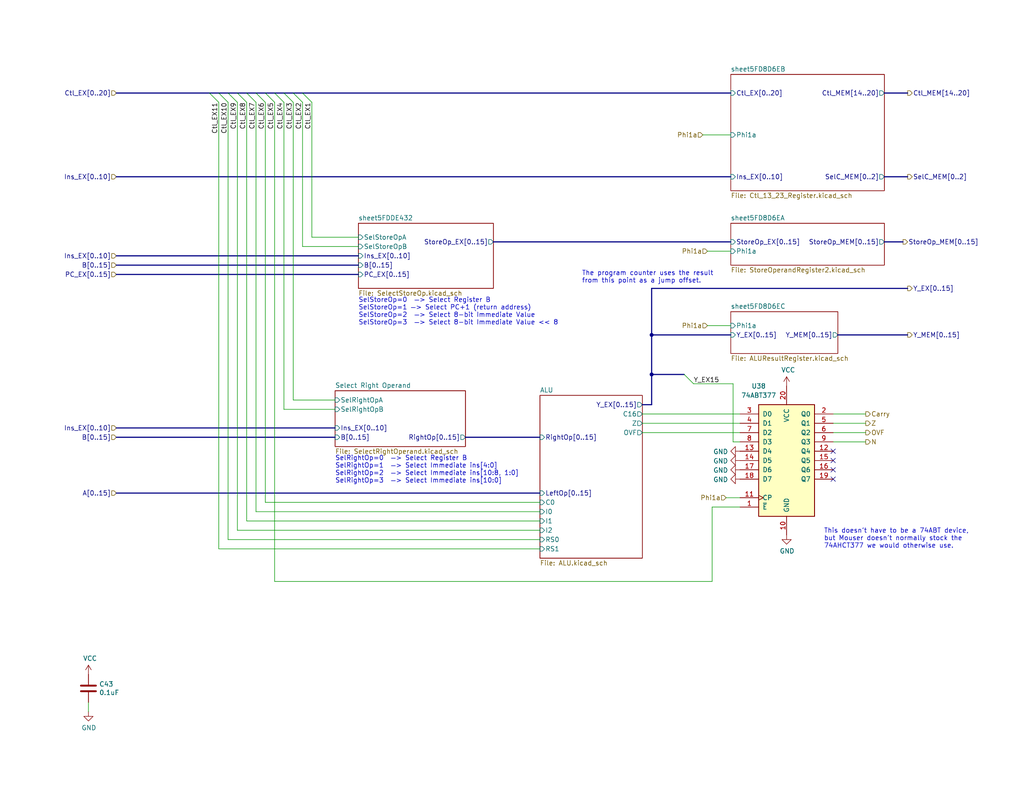
<source format=kicad_sch>
(kicad_sch (version 20230121) (generator eeschema)
  (paper "USLetter")
  (title_block (title "EX") (date "2022-09-25") (rev "C") (comment 2 "ID stage of the CPU pipeline.") (comment 3 "The ALU condition codes may be latched in a flags register which feeds back into the") (comment 4 "The EX stage is built around the IDT 7381 sixteen-bit ALU IC."))
  (lib_symbols
    (symbol "74xx:74LS377" (pin_names (offset 1.016))
      (property "Reference" "U" (at -7.62 16.51 0))
      (property "Value" "74LS377" (at -7.62 -16.51 0))
      (symbol "74LS377_1_0"
        (pin input line (at -12.7 -12.7 0) (length 5.08) (name "~{E}") (number "1"))
        (pin power_in line (at 0 -20.32 90) (length 5.08) (name "GND") (number "10"))
        (pin input clock (at -12.7 -10.16 0) (length 5.08) (name "CP") (number "11"))
        (pin output line (at 12.7 2.54 180) (length 5.08) (name "Q4") (number "12"))
        (pin input line (at -12.7 2.54 0) (length 5.08) (name "D4") (number "13"))
        (pin input line (at -12.7 0 0) (length 5.08) (name "D5") (number "14"))
        (pin output line (at 12.7 0 180) (length 5.08) (name "Q5") (number "15"))
        (pin output line (at 12.7 -2.54 180) (length 5.08) (name "Q6") (number "16"))
        (pin input line (at -12.7 -2.54 0) (length 5.08) (name "D6") (number "17"))
        (pin input line (at -12.7 -5.08 0) (length 5.08) (name "D7") (number "18"))
        (pin output line (at 12.7 -5.08 180) (length 5.08) (name "Q7") (number "19"))
        (pin output line (at 12.7 12.7 180) (length 5.08) (name "Q0") (number "2"))
        (pin power_in line (at 0 20.32 270) (length 5.08) (name "VCC") (number "20"))
        (pin input line (at -12.7 12.7 0) (length 5.08) (name "D0") (number "3"))
        (pin input line (at -12.7 10.16 0) (length 5.08) (name "D1") (number "4"))
        (pin output line (at 12.7 10.16 180) (length 5.08) (name "Q1") (number "5"))
        (pin output line (at 12.7 7.62 180) (length 5.08) (name "Q2") (number "6"))
        (pin input line (at -12.7 7.62 0) (length 5.08) (name "D2") (number "7"))
        (pin input line (at -12.7 5.08 0) (length 5.08) (name "D3") (number "8"))
        (pin output line (at 12.7 5.08 180) (length 5.08) (name "Q3") (number "9"))
      )
      (symbol "74LS377_1_1"
        (rectangle (start -7.62 15.24) (end 7.62 -15.24) (stroke (width 0.254)) (fill (type background)))
      )
    )
    (symbol "Device:C" (pin_numbers hide) (pin_names (offset 0.254))
      (property "Reference" "C" (at 0.635 2.54 0))
      (property "Value" "C" (at 0.635 -2.54 0))
      (symbol "C_0_1"
        (polyline (pts (xy -2.032 -0.762) (xy 2.032 -0.762)) (stroke (width 0.508)))
        (polyline (pts (xy -2.032 0.762) (xy 2.032 0.762)) (stroke (width 0.508)))
      )
      (symbol "C_1_1"
        (pin passive line (at 0 3.81 270) (length 2.794) (name "~") (number "1"))
        (pin passive line (at 0 -3.81 90) (length 2.794) (name "~") (number "2"))
      )
    )
    (symbol "power:GND" (power) (pin_names (offset 0))
      (property "Value" "GND" (at 0 -3.81 0))
      (symbol "GND_0_1"
        (polyline (pts (xy 0 0) (xy 0 -1.27) (xy 1.27 -1.27) (xy 0 -2.54) (xy -1.27 -1.27) (xy 0 -1.27)))
      )
      (symbol "GND_1_1"
        (pin power_in line (at 0 0 270) (length 0) hide (name "GND") (number "1"))
      )
    )
    (symbol "power:VCC" (power) (pin_names (offset 0))
      (property "Value" "VCC" (at 0 3.81 0))
      (symbol "VCC_0_1"
        (polyline (pts (xy -0.762 1.27) (xy 0 2.54)))
        (polyline (pts (xy 0 0) (xy 0 2.54)))
        (polyline (pts (xy 0 2.54) (xy 0.762 1.27)))
      )
      (symbol "VCC_1_1"
        (pin power_in line (at 0 0 90) (length 0) hide (name "VCC") (number "1"))
      )
    )
  )
  (junction (at 177.8 102.235))
  (junction (at 177.8 91.44))
  (no_connect (at 227.33 123.19))
  (no_connect (at 227.33 128.27))
  (no_connect (at 227.33 130.81))
  (no_connect (at 227.33 125.73))
  (bus_entry (at 186.69 102.235) (size 2.54 2.54))
  (bus_entry (at 64.77 25.4) (size 2.54 2.54))
  (bus_entry (at 62.23 25.4) (size 2.54 2.54))
  (bus_entry (at 80.01 25.4) (size 2.54 2.54))
  (bus_entry (at 67.31 25.4) (size 2.54 2.54))
  (bus_entry (at 72.39 25.4) (size 2.54 2.54))
  (bus_entry (at 74.93 25.4) (size 2.54 2.54))
  (bus_entry (at 69.85 25.4) (size 2.54 2.54))
  (bus_entry (at 59.69 25.4) (size 2.54 2.54))
  (bus_entry (at 82.55 25.4) (size 2.54 2.54))
  (bus_entry (at 77.47 25.4) (size 2.54 2.54))
  (bus_entry (at 57.15 25.4) (size 2.54 2.54))
  (wire (pts (xy 147.32 137.16) (xy 72.39 137.16)))
  (wire (pts (xy 193.04 68.58) (xy 199.39 68.58)))
  (wire (pts (xy 64.77 144.78) (xy 147.32 144.78)))
  (bus (pts (xy 246.38 66.04) (xy 241.3 66.04)))
  (wire (pts (xy 24.13 194.31) (xy 24.13 191.77)))
  (wire (pts (xy 80.01 27.94) (xy 80.01 109.22)))
  (bus (pts (xy 80.01 25.4) (xy 82.55 25.4)))
  (bus (pts (xy 241.3 48.26) (xy 247.65 48.26)))
  (wire (pts (xy 193.04 88.9) (xy 199.39 88.9)))
  (wire (pts (xy 147.32 149.86) (xy 59.69 149.86)))
  (bus (pts (xy 31.75 48.26) (xy 199.39 48.26)))
  (wire (pts (xy 74.93 158.75) (xy 74.93 27.94)))
  (wire (pts (xy 82.55 27.94) (xy 82.55 67.31)))
  (bus (pts (xy 31.75 69.85) (xy 97.79 69.85)))
  (bus (pts (xy 31.75 72.39) (xy 97.79 72.39)))
  (wire (pts (xy 189.23 104.775) (xy 200.025 104.775)))
  (wire (pts (xy 175.26 113.03) (xy 201.93 113.03)))
  (wire (pts (xy 77.47 27.94) (xy 77.47 111.76)))
  (wire (pts (xy 194.31 158.75) (xy 194.31 138.43)))
  (wire (pts (xy 97.79 67.31) (xy 82.55 67.31)))
  (bus (pts (xy 177.8 78.74) (xy 177.8 91.44)))
  (bus (pts (xy 177.8 110.49) (xy 175.26 110.49)))
  (bus (pts (xy 31.75 25.4) (xy 57.15 25.4)))
  (bus (pts (xy 74.93 25.4) (xy 77.47 25.4)))
  (bus (pts (xy 64.77 25.4) (xy 67.31 25.4)))
  (wire (pts (xy 85.09 27.94) (xy 85.09 64.77)))
  (wire (pts (xy 59.69 27.94) (xy 59.69 149.86)))
  (bus (pts (xy 31.75 74.93) (xy 97.79 74.93)))
  (bus (pts (xy 241.3 25.4) (xy 247.65 25.4)))
  (wire (pts (xy 64.77 27.94) (xy 64.77 144.78)))
  (wire (pts (xy 227.33 120.65) (xy 236.22 120.65)))
  (bus (pts (xy 247.65 91.44) (xy 228.6 91.44)))
  (wire (pts (xy 175.26 118.11) (xy 201.93 118.11)))
  (wire (pts (xy 67.31 27.94) (xy 67.31 142.24)))
  (wire (pts (xy 147.32 147.32) (xy 62.23 147.32)))
  (bus (pts (xy 82.55 25.4) (xy 199.39 25.4)))
  (bus (pts (xy 134.62 66.04) (xy 199.39 66.04)))
  (bus (pts (xy 59.69 25.4) (xy 62.23 25.4)))
  (bus (pts (xy 72.39 25.4) (xy 74.93 25.4)))
  (wire (pts (xy 175.26 115.57) (xy 201.93 115.57)))
  (bus (pts (xy 247.65 78.74) (xy 177.8 78.74)))
  (wire (pts (xy 191.77 36.83) (xy 199.39 36.83)))
  (bus (pts (xy 177.8 102.235) (xy 177.8 110.49)))
  (wire (pts (xy 147.32 142.24) (xy 67.31 142.24)))
  (bus (pts (xy 62.23 25.4) (xy 64.77 25.4)))
  (bus (pts (xy 91.44 116.84) (xy 31.75 116.84)))
  (bus (pts (xy 177.8 91.44) (xy 177.8 102.235)))
  (wire (pts (xy 74.93 158.75) (xy 194.31 158.75)))
  (wire (pts (xy 236.22 113.03) (xy 227.33 113.03)))
  (wire (pts (xy 69.85 27.94) (xy 69.85 139.7)))
  (wire (pts (xy 72.39 27.94) (xy 72.39 137.16)))
  (wire (pts (xy 147.32 139.7) (xy 69.85 139.7)))
  (bus (pts (xy 77.47 25.4) (xy 80.01 25.4)))
  (wire (pts (xy 227.33 115.57) (xy 236.22 115.57)))
  (wire (pts (xy 200.025 120.65) (xy 201.93 120.65)))
  (wire (pts (xy 227.33 118.11) (xy 236.22 118.11)))
  (bus (pts (xy 67.31 25.4) (xy 69.85 25.4)))
  (bus (pts (xy 127 119.38) (xy 147.32 119.38)))
  (wire (pts (xy 62.23 27.94) (xy 62.23 147.32)))
  (wire (pts (xy 198.12 135.89) (xy 201.93 135.89)))
  (bus (pts (xy 31.75 134.62) (xy 147.32 134.62)))
  (wire (pts (xy 77.47 111.76) (xy 91.44 111.76)))
  (wire (pts (xy 97.79 64.77) (xy 85.09 64.77)))
  (bus (pts (xy 69.85 25.4) (xy 72.39 25.4)))
  (bus (pts (xy 177.8 102.235) (xy 186.69 102.235)))
  (wire (pts (xy 200.025 104.775) (xy 200.025 120.65)))
  (wire (pts (xy 91.44 109.22) (xy 80.01 109.22)))
  (bus (pts (xy 91.44 119.38) (xy 31.75 119.38)))
  (bus (pts (xy 199.39 91.44) (xy 177.8 91.44)))
  (wire (pts (xy 194.31 138.43) (xy 201.93 138.43)))
  (bus (pts (xy 57.15 25.4) (xy 59.69 25.4)))
  (text "SelStoreOp=0  —> Select Register B\nSelStoreOp=1 —> Select PC+1 (return address)\nSelStoreOp=2  —> Select 8-bit Immediate Value\nSelStoreOp=3  —> Select 8-bit Immediate Value << 8" (at 97.79 88.9 0) (effects (font (size 1.27 1.27)) (justify left bottom)))
  (text "This doesn’t have to be a 74ABT device,\nbut Mouser doesn’t normally stock the\n74AHCT377 we would otherwise use." (at 224.79 149.86 0) (effects (font (size 1.27 1.27)) (justify left bottom)))
  (text "SelRightOp=0  —> Select Register B\nSelRightOp=1  —> Select Immediate ins[4:0]\nSelRightOp=2  —> Select Immediate ins[10:8, 1:0]\nSelRightOp=3  —> Select Immediate ins[10:0]" (at 91.44 132.08 0) (effects (font (size 1.27 1.27)) (justify left bottom)))
  (text "The program counter uses the result\nfrom this point as a jump offset." (at 158.75 77.47 0) (effects (font (size 1.27 1.27)) (justify left bottom)))
  (label "Ctl_EX7" (at 69.85 27.94 270))
  (label "Ctl_EX5" (at 74.93 27.94 270))
  (label "Ctl_EX3" (at 80.01 27.94 270))
  (label "Ctl_EX4" (at 77.47 27.94 270))
  (label "Ctl_EX10" (at 62.23 27.94 270))
  (label "Ctl_EX6" (at 72.39 27.94 270))
  (label "Ctl_EX11" (at 59.69 27.94 270))
  (label "Ctl_EX1" (at 85.09 27.94 270))
  (label "Ctl_EX8" (at 67.31 27.94 270))
  (label "Ctl_EX2" (at 82.55 27.94 270))
  (label "Y_EX15" (at 189.23 104.775 0))
  (label "Ctl_EX9" (at 64.77 27.94 270))
  (hierarchical_label "Z" (shape output) (at 236.22 115.57 0))
  (hierarchical_label "B[0..15]" (shape input) (at 31.75 72.39 180))
  (hierarchical_label "Phi1a" (shape input) (at 193.04 68.58 180))
  (hierarchical_label "PC_EX[0..15]" (shape input) (at 31.75 74.93 180))
  (hierarchical_label "Phi1a" (shape input) (at 198.12 135.89 180))
  (hierarchical_label "Y_EX[0..15]" (shape output) (at 247.65 78.74 0))
  (hierarchical_label "Ins_EX[0..10]" (shape input) (at 31.75 116.84 180))
  (hierarchical_label "Y_MEM[0..15]" (shape output) (at 247.65 91.44 0))
  (hierarchical_label "B[0..15]" (shape input) (at 31.75 119.38 180))
  (hierarchical_label "Ins_EX[0..10]" (shape input) (at 31.75 69.85 180))
  (hierarchical_label "Ins_EX[0..10]" (shape input) (at 31.75 48.26 180))
  (hierarchical_label "Carry" (shape output) (at 236.22 113.03 0))
  (hierarchical_label "Ctl_MEM[14..20]" (shape output) (at 247.65 25.4 0))
  (hierarchical_label "SelC_MEM[0..2]" (shape output) (at 247.65 48.26 0))
  (hierarchical_label "Phi1a" (shape input) (at 191.77 36.83 180))
  (hierarchical_label "N" (shape output) (at 236.22 120.65 0))
  (hierarchical_label "Ctl_EX[0..20]" (shape input) (at 31.75 25.4 180))
  (hierarchical_label "A[0..15]" (shape input) (at 31.75 134.62 180))
  (hierarchical_label "Phi1a" (shape input) (at 193.04 88.9 180))
  (hierarchical_label "StoreOp_MEM[0..15]" (shape output) (at 246.38 66.04 0))
  (hierarchical_label "OVF" (shape output) (at 236.22 118.11 0))
  (symbol (lib_id "74xx:74LS377") (at 214.63 125.73 0) (unit 1)
    (property "Reference" "U38" (at 207.01 105.41 0))
    (property "Value" "74ABT377" (at 207.01 107.95 0))
    (property "Footprint" "Package_SO:TSSOP-20_4.4x6.5mm_P0.65mm" (effects hide))
    (property "Datasheet" "http://www.ti.com/lit/gpn/sn74LS377" (effects hide))
    (property "Mouser" "https://www.mouser.com/ProductDetail/Texas-Instruments/SN74ABT377APWR?qs=LzFo6vGRJ4tDfpbrS0MCHg%3D%3D" (effects hide))
  )
  (symbol (lib_id "power:VCC") (at 214.63 105.41 0) (unit 1)
    (property "Reference" "#PWR0265" (effects hide))
    (property "Value" "VCC" (at 215.0618 101.0158 0))
  )
  (symbol (lib_id "power:GND") (at 214.63 146.05 0) (unit 1)
    (property "Reference" "#PWR0266" (effects hide))
    (property "Value" "GND" (at 214.757 150.4442 0))
  )
  (symbol (lib_id "power:GND") (at 201.93 123.19 270) (unit 1)
    (property "Reference" "#PWR0261" (effects hide))
    (property "Value" "GND" (at 198.6788 123.317 90) (effects (justify right)))
  )
  (symbol (lib_id "power:GND") (at 201.93 125.73 270) (unit 1)
    (property "Reference" "#PWR0262" (effects hide))
    (property "Value" "GND" (at 198.6788 125.857 90) (effects (justify right)))
  )
  (symbol (lib_id "power:GND") (at 201.93 128.27 270) (unit 1)
    (property "Reference" "#PWR0263" (effects hide))
    (property "Value" "GND" (at 198.6788 128.397 90) (effects (justify right)))
  )
  (symbol (lib_id "power:GND") (at 201.93 130.81 270) (unit 1)
    (property "Reference" "#PWR0264" (effects hide))
    (property "Value" "GND" (at 198.6788 130.937 90) (effects (justify right)))
  )
  (symbol (lib_id "Device:C") (at 24.13 187.96 0) (unit 1)
    (property "Reference" "C43" (at 27.051 186.7916 0) (effects (justify left)))
    (property "Value" "0.1uF" (at 27.051 189.103 0) (effects (justify left)))
    (property "Footprint" "Capacitor_SMD:C_0603_1608Metric_Pad1.08x0.95mm_HandSolder" (effects hide))
    (property "Mouser" "https://www.mouser.com/ProductDetail/963-EMK107B7104KAHT" (effects hide))
  )
  (symbol (lib_id "power:VCC") (at 24.13 184.15 0) (unit 1)
    (property "Reference" "#PWR0259" (effects hide))
    (property "Value" "VCC" (at 24.5618 179.7558 0))
  )
  (symbol (lib_id "power:GND") (at 24.13 194.31 0) (unit 1)
    (property "Reference" "#PWR0260" (effects hide))
    (property "Value" "GND" (at 24.257 198.7042 0))
  )
  (sheet (at 147.32 107.95) (size 27.94 44.45)
    (property "Sheetname" "ALU" (at 147.32 107.2384 0) (effects (justify left bottom)))
    (property "Sheetfile" "ALU.kicad_sch" (at 147.32 152.9846 0) (effects (justify left top)))
    (pin "RightOp[0..15]" input (at 147.32 119.38 180))
    (pin "LeftOp[0..15]" input (at 147.32 134.62 180))
    (pin "Z" output (at 175.26 115.57 0))
    (pin "C16" output (at 175.26 113.03 0))
    (pin "OVF" output (at 175.26 118.11 0))
    (pin "C0" input (at 147.32 137.16 180))
    (pin "I0" input (at 147.32 139.7 180))
    (pin "I1" input (at 147.32 142.24 180))
    (pin "I2" input (at 147.32 144.78 180))
    (pin "RS0" input (at 147.32 147.32 180))
    (pin "RS1" input (at 147.32 149.86 180))
    (pin "Y_EX[0..15]" output (at 175.26 110.49 0))
  )
  (sheet (at 199.39 60.96) (size 41.91 11.43)
    (property "Sheetname" "sheet5FD8D6EA" (at 199.39 60.2484 0) (effects (justify left bottom)))
    (property "Sheetfile" "StoreOperandRegister2.kicad_sch" (at 199.39 72.9746 0) (effects (justify left top)))
    (pin "StoreOp_EX[0..15]" input (at 199.39 66.04 180))
    (pin "StoreOp_MEM[0..15]" output (at 241.3 66.04 0))
    (pin "Phi1a" input (at 199.39 68.58 180))
  )
  (sheet (at 199.39 20.32) (size 41.91 31.75)
    (property "Sheetname" "sheet5FD8D6EB" (at 199.39 19.6084 0) (effects (justify left bottom)))
    (property "Sheetfile" "Ctl_13_23_Register.kicad_sch" (at 199.39 52.6546 0) (effects (justify left top)))
    (pin "Ctl_MEM[14..20]" output (at 241.3 25.4 0))
    (pin "Ctl_EX[0..20]" input (at 199.39 25.4 180))
    (pin "Ins_EX[0..10]" input (at 199.39 48.26 180))
    (pin "SelC_MEM[0..2]" output (at 241.3 48.26 0))
    (pin "Phi1a" input (at 199.39 36.83 180))
  )
  (sheet (at 199.39 85.09) (size 29.21 11.43)
    (property "Sheetname" "sheet5FD8D6EC" (at 199.39 84.3784 0) (effects (justify left bottom)))
    (property "Sheetfile" "ALUResultRegister.kicad_sch" (at 199.39 97.1046 0) (effects (justify left top)))
    (pin "Y_EX[0..15]" input (at 199.39 91.44 180))
    (pin "Y_MEM[0..15]" output (at 228.6 91.44 0))
    (pin "Phi1a" input (at 199.39 88.9 180))
  )
  (sheet (at 97.79 60.96) (size 36.83 17.78)
    (property "Sheetname" "sheet5FDDE432" (at 97.79 60.2484 0) (effects (justify left bottom)))
    (property "Sheetfile" "SelectStoreOp.kicad_sch" (at 97.79 79.3246 0) (effects (justify left top)))
    (pin "SelStoreOpA" input (at 97.79 64.77 180))
    (pin "SelStoreOpB" input (at 97.79 67.31 180))
    (pin "Ins_EX[0..10]" input (at 97.79 69.85 180))
    (pin "B[0..15]" input (at 97.79 72.39 180))
    (pin "PC_EX[0..15]" input (at 97.79 74.93 180))
    (pin "StoreOp_EX[0..15]" output (at 134.62 66.04 0))
  )
  (sheet (at 91.44 106.68) (size 35.56 15.24)
    (property "Sheetname" "Select Right Operand" (at 91.44 105.9684 0) (effects (justify left bottom)))
    (property "Sheetfile" "SelectRightOperand.kicad_sch" (at 91.44 122.5046 0) (effects (justify left top)))
    (pin "Ins_EX[0..10]" input (at 91.44 116.84 180))
    (pin "B[0..15]" input (at 91.44 119.38 180))
    (pin "SelRightOpA" input (at 91.44 109.22 180))
    (pin "RightOp[0..15]" output (at 127 119.38 0))
    (pin "SelRightOpB" input (at 91.44 111.76 180))
  )
)
</source>
